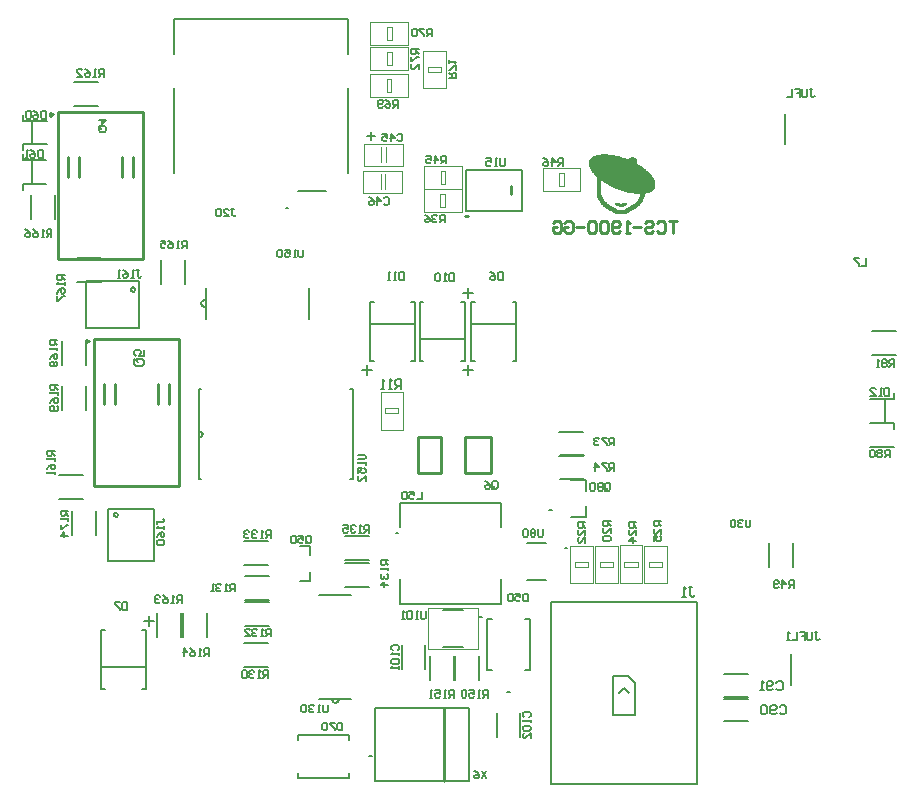
<source format=gbo>
%FSTAX23Y23*%
%MOIN*%
%SFA1B1*%

%IPPOS*%
%ADD101C,0.007870*%
%ADD102C,0.009840*%
%ADD103C,0.010000*%
%ADD105C,0.006000*%
%ADD106C,0.005000*%
%ADD107C,0.003940*%
%ADD108C,0.005910*%
%ADD109C,0.001970*%
%ADD110C,0.005980*%
%ADD111C,0.006060*%
%ADD199C,0.001000*%
%LNtcs-1900-1*%
%LPD*%
G54D101*
X02782Y02642D02*
X02774D01*
X02782*
X01852Y03775D02*
X01844D01*
X01852*
X02129Y01948D02*
X02122D01*
X02129*
X02729Y02771D02*
X02722D01*
X02729*
X02218Y02693D02*
X0221D01*
X02218*
X02496Y02413D02*
X02488D01*
X02496*
X0259Y02164D02*
X02582D01*
X0259*
X02141Y01866D02*
Y0211D01*
Y01866D02*
X02455D01*
X02141Y0211D02*
X02455D01*
Y01866D02*
Y0211D01*
X01227Y02172D02*
Y02369D01*
X01376Y02172D02*
Y02369D01*
X01365D02*
X01376D01*
X01227D02*
X01239D01*
X01227Y02172D02*
X01239D01*
X01365D02*
X01376D01*
X01227Y02245D02*
X01376D01*
X02274Y03266D02*
Y03463D01*
X02125Y03266D02*
Y03463D01*
Y03266D02*
X02136D01*
X02262D02*
X02274D01*
X02262Y03463D02*
X02274D01*
X02125D02*
X02136D01*
X02125Y0339D02*
X02274D01*
X0229Y03266D02*
Y03463D01*
X02439Y03266D02*
Y03463D01*
X02428D02*
X02439D01*
X0229D02*
X02302D01*
X0229Y03266D02*
X02302D01*
X02428D02*
X02439D01*
X0229Y03339D02*
X02439D01*
X02611Y03266D02*
Y03463D01*
X02461Y03266D02*
Y03463D01*
Y03266D02*
X02473D01*
X02599D02*
X02611D01*
X02599Y03463D02*
X02611D01*
X02461D02*
X02473D01*
X02461Y0339D02*
X02611D01*
X01404Y02399D02*
X01371D01*
X01387Y02382D02*
Y02416D01*
X02097Y03236D02*
X0213D01*
X02114Y03252D02*
Y03219D01*
X02467Y03494D02*
X02434D01*
X0245Y03477D02*
Y03511D01*
X02433Y03236D02*
X02467D01*
X0245Y03252D02*
Y03219D01*
X02128Y04002D02*
Y04029D01*
X02115Y04016D02*
X02142D01*
G54D102*
X02449Y0375D02*
X02441D01*
X02449*
G54D103*
X01066Y04089D02*
X01058Y04094D01*
Y04084*
X01066Y04089*
X01186Y03332D02*
X01178Y03337D01*
Y03328*
X01186Y03332*
X0237Y01867D02*
Y02109D01*
X02283Y02893D02*
X02362D01*
X02527D02*
Y03014D01*
X02442Y02893D02*
Y03014D01*
X02527*
X02442Y02893D02*
X02526D01*
X02362D02*
Y03014D01*
X02283D02*
X02362D01*
X02283Y02893D02*
Y03014D01*
X02595Y03822D02*
Y03848D01*
X01297Y03878D02*
Y03945D01*
X01333Y03878D02*
Y03945D01*
X01153Y03878D02*
Y03945D01*
X01117Y03878D02*
Y03945D01*
X01083Y03608D02*
Y04095D01*
X01367*
X01083Y03607D02*
X01364D01*
X01367D02*
Y04095D01*
X01417Y03122D02*
Y03188D01*
X01453Y03122D02*
Y03188D01*
X01273Y03122D02*
Y03188D01*
X01237Y03122D02*
Y03188D01*
X01203Y02851D02*
Y03338D01*
X01487*
X01203Y0285D02*
X01484D01*
X01487D02*
Y03338D01*
X03146Y03734D02*
X0312D01*
X03133*
Y03694*
X03081Y03727D02*
X03087Y03734D01*
X031*
X03107Y03727*
Y03701*
X031Y03694*
X03087*
X03081Y03701*
X03041Y03727D02*
X03048Y03734D01*
X03061*
X03067Y03727*
Y03721*
X03061Y03714*
X03048*
X03041Y03708*
Y03701*
X03048Y03694*
X03061*
X03067Y03701*
X03028Y03714D02*
X03002D01*
X02989Y03694D02*
X02976D01*
X02982*
Y03734*
X02989Y03727*
X02956Y03701D02*
X02949Y03694D01*
X02936*
X0293Y03701*
Y03727*
X02936Y03734*
X02949*
X02956Y03727*
Y03721*
X02949Y03714*
X0293*
X02917Y03727D02*
X0291Y03734D01*
X02897*
X0289Y03727*
Y03701*
X02897Y03694*
X0291*
X02917Y03701*
Y03727*
X02877D02*
X02871Y03734D01*
X02858*
X02851Y03727*
Y03701*
X02858Y03694*
X02871*
X02877Y03701*
Y03727*
X02838Y03714D02*
X02812D01*
X02772Y03727D02*
X02779Y03734D01*
X02792*
X02799Y03727*
Y03701*
X02792Y03694*
X02779*
X02772Y03701*
Y03714*
X02785*
X02733Y03727D02*
X02739Y03734D01*
X02753*
X02759Y03727*
Y03701*
X02753Y03694*
X02739*
X02733Y03701*
Y03714*
X02746*
G54D105*
X01573Y0347D02*
X01564Y03467D01*
X01561Y03458*
X01564Y0345*
X01573Y03446*
X01996Y02138D02*
X02Y0213D01*
X02008Y02126*
X02017Y0213*
X0202Y02138*
X01554Y0301D02*
X01562Y03014D01*
X01566Y03022*
X01562Y03031*
X01554Y03034*
X0192Y03405D02*
Y03511D01*
X01576Y03405D02*
Y03446D01*
Y0347*
Y03511*
X01955Y02485D02*
X02061D01*
X0202Y02141D02*
X02061D01*
X01996D02*
X0202D01*
X01955D02*
X01996D01*
X01554Y03172D02*
X01562D01*
X01554Y03034D02*
Y03172D01*
Y0301D02*
Y03034D01*
Y02872D02*
Y0301D01*
X02058Y02872D02*
X02066D01*
Y03172*
X02058D02*
X02066D01*
X01554Y02872D02*
X01562D01*
X02286Y04306D02*
X02261D01*
Y04294*
X02265Y0429*
X02273*
X02277Y04294*
Y04306*
Y04298D02*
X02286Y0429D01*
X02261Y04281D02*
Y04265D01*
X02265*
X02281Y04281*
X02286*
Y0424D02*
Y04256D01*
X02269Y0424*
X02265*
X02261Y04244*
Y04252*
X02265Y04256*
X02387Y0421D02*
X02412D01*
Y04223*
X02408Y04227*
X024*
X02396Y04223*
Y0421*
Y04218D02*
X02387Y04227D01*
X02412Y04235D02*
Y04252D01*
X02408*
X02391Y04235*
X02387*
Y0426D02*
Y04268D01*
Y04264*
X02412*
X02408Y0426*
X0233Y04348D02*
Y04373D01*
X02318*
X02313Y04369*
Y04361*
X02318Y04357*
X0233*
X02322D02*
X02313Y04348D01*
X02305Y04373D02*
X02288D01*
Y04369*
X02305Y04352*
Y04348*
X0228Y04369D02*
X02276Y04373D01*
X02268*
X02263Y04369*
Y04352*
X02268Y04348*
X02276*
X0228Y04352*
Y04369*
X02217Y04111D02*
Y04136D01*
X02204*
X022Y04132*
Y04124*
X02204Y04119*
X02217*
X02209D02*
X022Y04111D01*
X02175Y04136D02*
X02184Y04132D01*
X02192Y04124*
Y04115*
X02188Y04111*
X02179*
X02175Y04115*
Y04119*
X02179Y04124*
X02192*
X02167Y04115D02*
X02163Y04111D01*
X02154*
X0215Y04115*
Y04132*
X02154Y04136*
X02163*
X02167Y04132*
Y04128*
X02163Y04124*
X0215*
X02768Y03917D02*
Y03942D01*
X02756*
X02752Y03938*
Y03929*
X02756Y03925*
X02768*
X0276D02*
X02752Y03917D01*
X02731D02*
Y03942D01*
X02743Y03929*
X02727*
X02702Y03942D02*
X0271Y03938D01*
X02718Y03929*
Y03921*
X02714Y03917*
X02706*
X02702Y03921*
Y03925*
X02706Y03929*
X02718*
X01118Y02767D02*
X01093D01*
Y02755*
X01097Y02751*
X01105*
X01109Y02755*
Y02767*
Y02759D02*
X01118Y02751D01*
Y02742D02*
Y02734D01*
Y02738*
X01093*
X01097Y02742*
X01093Y02721D02*
Y02705D01*
X01097*
X01113Y02721*
X01118*
Y02684D02*
X01093D01*
X01105Y02696*
Y0268*
X01083Y03187D02*
X01058D01*
Y03175*
X01062Y03171*
X01071*
X01075Y03175*
Y03187*
Y03179D02*
X01083Y03171D01*
Y03163D02*
Y03154D01*
Y03158*
X01058*
X01062Y03163*
X01058Y03125D02*
X01062Y03133D01*
X01071Y03142*
X01079*
X01083Y03138*
Y03129*
X01079Y03125*
X01075*
X01071Y03129*
Y03142*
X01079Y03117D02*
X01083Y03113D01*
Y03104*
X01079Y031*
X01062*
X01058Y03104*
Y03113*
X01062Y03117*
X01067*
X01071Y03113*
Y031*
X01082Y03335D02*
X01057D01*
Y03323*
X01061Y03318*
X0107*
X01074Y03323*
Y03335*
Y03327D02*
X01082Y03318D01*
Y0331D02*
Y03302D01*
Y03306*
X01057*
X01061Y0331*
X01057Y03273D02*
X01061Y03281D01*
X0107Y03289*
X01078*
X01082Y03285*
Y03277*
X01078Y03273*
X01074*
X0107Y03277*
Y03289*
X01061Y03264D02*
X01057Y0326D01*
Y03252*
X01061Y03248*
X01066*
X0107Y03252*
X01074Y03248*
X01078*
X01082Y03252*
Y0326*
X01078Y03264*
X01074*
X0107Y0326*
X01066Y03264*
X01061*
X0107Y0326D02*
Y03252D01*
X01106Y03554D02*
X01081D01*
Y03541*
X01085Y03537*
X01093*
X01097Y03541*
Y03554*
Y03545D02*
X01106Y03537D01*
Y03529D02*
Y0352D01*
Y03524*
X01081*
X01085Y03529*
X01081Y03491D02*
X01085Y03499D01*
X01093Y03508*
X01102*
X01106Y03504*
Y03495*
X01102Y03491*
X01097*
X01093Y03495*
Y03508*
X01081Y03483D02*
Y03466D01*
X01085*
X01102Y03483*
X01106*
X01062Y0368D02*
Y03705D01*
X0105*
X01046Y037*
Y03692*
X0105Y03688*
X01062*
X01054D02*
X01046Y0368D01*
X01038D02*
X01029D01*
X01033*
Y03705*
X01038Y037*
X01Y03705D02*
X01008Y037D01*
X01017Y03692*
Y03684*
X01013Y0368*
X01004*
X01Y03684*
Y03688*
X01004Y03692*
X01017*
X00975Y03705D02*
X00983Y037D01*
X00992Y03692*
Y03684*
X00988Y0368*
X00979*
X00975Y03684*
Y03688*
X00979Y03692*
X00992*
X01513Y03642D02*
Y03667D01*
X01501*
X01497Y03663*
Y03655*
X01501Y03651*
X01513*
X01505D02*
X01497Y03642D01*
X01488D02*
X0148D01*
X01484*
Y03667*
X01488Y03663*
X01451Y03667D02*
X01459Y03663D01*
X01467Y03655*
Y03646*
X01463Y03642*
X01455*
X01451Y03646*
Y03651*
X01455Y03655*
X01467*
X01426Y03667D02*
X01442D01*
Y03655*
X01434Y03659*
X0143*
X01426Y03655*
Y03646*
X0143Y03642*
X01438*
X01442Y03646*
X01586Y02283D02*
Y02308D01*
X01574*
X01569Y02304*
Y02295*
X01574Y02291*
X01586*
X01578D02*
X01569Y02283D01*
X01561D02*
X01553D01*
X01557*
Y02308*
X01561Y02304*
X01524Y02308D02*
X01532Y02304D01*
X0154Y02295*
Y02287*
X01536Y02283*
X01528*
X01524Y02287*
Y02291*
X01528Y02295*
X0154*
X01503Y02283D02*
Y02308D01*
X01515Y02295*
X01499*
X01496Y0246D02*
Y02485D01*
X01483*
X01479Y02481*
Y02473*
X01483Y02468*
X01496*
X01487D02*
X01479Y0246D01*
X01471D02*
X01462D01*
X01466*
Y02485*
X01471Y02481*
X01433Y02485D02*
X01441Y02481D01*
X0145Y02473*
Y02464*
X01446Y0246*
X01437*
X01433Y02464*
Y02468*
X01437Y02473*
X0145*
X01425Y02481D02*
X01421Y02485D01*
X01412*
X01408Y02481*
Y02477*
X01412Y02473*
X01416*
X01412*
X01408Y02468*
Y02464*
X01412Y0246*
X01421*
X01425Y02464*
X01236Y04214D02*
Y04239D01*
X01223*
X01219Y04235*
Y04227*
X01223Y04222*
X01236*
X01227D02*
X01219Y04214D01*
X01211D02*
X01202D01*
X01207*
Y04239*
X01211Y04235*
X01173Y04239D02*
X01182Y04235D01*
X0119Y04227*
Y04218*
X01186Y04214*
X01177*
X01173Y04218*
Y04222*
X01177Y04227*
X0119*
X01148Y04214D02*
X01165D01*
X01148Y04231*
Y04235*
X01152Y04239*
X01161*
X01165Y04235*
X01073Y02967D02*
X01048D01*
Y02955*
X01052Y0295*
X01061*
X01065Y02955*
Y02967*
Y02959D02*
X01073Y0295D01*
Y02942D02*
Y02934D01*
Y02938*
X01048*
X01052Y02942*
X01048Y02905D02*
X01052Y02913D01*
X01061Y02921*
X01069*
X01073Y02917*
Y02909*
X01069Y02905*
X01065*
X01061Y02909*
Y02921*
X01073Y02896D02*
Y02888D01*
Y02892*
X01048*
X01052Y02896*
X03872Y03247D02*
Y03272D01*
X03859*
X03855Y03267*
Y03259*
X03859Y03255*
X03872*
X03863D02*
X03855Y03247D01*
X03847Y03267D02*
X03842Y03272D01*
X03834*
X0383Y03267*
Y03263*
X03834Y03259*
X0383Y03255*
Y03251*
X03834Y03247*
X03842*
X03847Y03251*
Y03255*
X03842Y03259*
X03847Y03263*
Y03267*
X03842Y03259D02*
X03834D01*
X03822Y03247D02*
X03813D01*
X03817*
Y03272*
X03822Y03267*
X03856Y02945D02*
Y0297D01*
X03843*
X03839Y02966*
Y02958*
X03843Y02954*
X03856*
X03847D02*
X03839Y02945D01*
X03831Y02966D02*
X03827Y0297D01*
X03818*
X03814Y02966*
Y02962*
X03818Y02958*
X03814Y02954*
Y0295*
X03818Y02945*
X03827*
X03831Y0295*
Y02954*
X03827Y02958*
X03831Y02962*
Y02966*
X03827Y02958D02*
X03818D01*
X03806Y02966D02*
X03802Y0297D01*
X03793*
X03789Y02966*
Y0295*
X03793Y02945*
X03802*
X03806Y0295*
Y02966*
X02937Y02901D02*
Y02926D01*
X02925*
X02921Y02922*
Y02914*
X02925Y02909*
X02937*
X02929D02*
X02921Y02901D01*
X02913Y02926D02*
X02896D01*
Y02922*
X02913Y02905*
Y02901*
X02875D02*
Y02926D01*
X02888Y02914*
X02871*
X02937Y02986D02*
Y03011D01*
X02925*
X02921Y03007*
Y02998*
X02925Y02994*
X02937*
X02929D02*
X02921Y02986D01*
X02913Y03011D02*
X02896D01*
Y03007*
X02913Y0299*
Y02986*
X02888Y03007D02*
X02883Y03011D01*
X02875*
X02871Y03007*
Y03002*
X02875Y02998*
X02879*
X02875*
X02871Y02994*
Y0299*
X02875Y02986*
X02883*
X02888Y0299*
X03536Y0251D02*
Y02535D01*
X03523*
X03519Y02531*
Y02523*
X03523Y02519*
X03536*
X03528D02*
X03519Y0251D01*
X03498D02*
Y02535D01*
X03511Y02523*
X03494*
X03486Y02514D02*
X03482Y0251D01*
X03473*
X03469Y02514*
Y02531*
X03473Y02535*
X03482*
X03486Y02531*
Y02527*
X03482Y02523*
X03469*
X03778Y03609D02*
Y03584D01*
X03761*
X03753Y03609D02*
X03736D01*
Y03605*
X03753Y03588*
Y03584*
X02084Y02954D02*
X02105D01*
X02109Y0295*
Y02942*
X02105Y02938*
X02084*
X02109Y02929D02*
Y02921D01*
Y02925*
X02084*
X02088Y02929*
X02084Y02892D02*
Y02908D01*
X02096*
X02092Y029*
Y02896*
X02096Y02892*
X02105*
X02109Y02896*
Y02904*
X02105Y02908*
X02109Y02867D02*
Y02883D01*
X02092Y02867*
X02088*
X02084Y02871*
Y02879*
X02088Y02883*
X01902Y03637D02*
Y03616D01*
X01898Y03612*
X0189*
X01885Y03616*
Y03637*
X01877Y03612D02*
X01869D01*
X01873*
Y03637*
X01877Y03633*
X0184Y03637D02*
X01856D01*
Y03624*
X01848Y03628*
X01844*
X0184Y03624*
Y03616*
X01844Y03612*
X01852*
X01856Y03616*
X01831Y03633D02*
X01827Y03637D01*
X01819*
X01815Y03633*
Y03616*
X01819Y03612*
X01827*
X01831Y03616*
Y03633*
X01983Y0212D02*
Y02099D01*
X01979Y02095*
X0197*
X01966Y02099*
Y0212*
X01958Y02095D02*
X01949D01*
X01954*
Y0212*
X01958Y02116*
X01937D02*
X01933Y0212D01*
X01924*
X0192Y02116*
Y02112*
X01924Y02107*
X01929*
X01924*
X0192Y02103*
Y02099*
X01924Y02095*
X01933*
X01937Y02099*
X01912Y02116D02*
X01908Y0212D01*
X01899*
X01895Y02116*
Y02099*
X01899Y02095*
X01908*
X01912Y02099*
Y02116*
X0231Y02432D02*
Y02411D01*
X02305Y02407*
X02297*
X02293Y02411*
Y02432*
X02285Y02407D02*
X02276D01*
X0228*
Y02432*
X02285Y02428*
X02264D02*
X0226Y02432D01*
X02251*
X02247Y02428*
Y02411*
X02251Y02407*
X0226*
X02264Y02411*
Y02428*
X02239Y02407D02*
X0223D01*
X02235*
Y02432*
X02239Y02428*
X03392Y02737D02*
Y02716D01*
X03388Y02712*
X0338*
X03376Y02716*
Y02737*
X03367Y02733D02*
X03363Y02737D01*
X03355*
X03351Y02733*
Y02729*
X03355Y02725*
X03359*
X03355*
X03351Y0272*
Y02716*
X03355Y02712*
X03363*
X03367Y02716*
X03342Y02733D02*
X03338Y02737D01*
X0333*
X03326Y02733*
Y02716*
X0333Y02712*
X03338*
X03342Y02716*
Y02733*
X02297Y02831D02*
Y02806D01*
X0228*
X02255Y02831D02*
X02272D01*
Y02818*
X02263Y02822*
X02259*
X02255Y02818*
Y0281*
X02259Y02806*
X02268*
X02272Y0281*
X02247Y02826D02*
X02243Y02831D01*
X02234*
X0223Y02826*
Y0281*
X02234Y02806*
X02243*
X02247Y0281*
Y02826*
X01033Y03969D02*
Y03944D01*
X0102*
X01016Y03949*
Y03965*
X0102Y03969*
X01033*
X00991D02*
X01Y03965D01*
X01008Y03957*
Y03949*
X01004Y03944*
X00995*
X00991Y03949*
Y03953*
X00995Y03957*
X01008*
X00983Y03944D02*
X00975D01*
X00979*
Y03969*
X00983Y03965*
X01043Y04099D02*
Y04074D01*
X0103*
X01026Y04078*
Y04095*
X0103Y04099*
X01043*
X01001D02*
X01009Y04095D01*
X01018Y04087*
Y04078*
X01014Y04074*
X01005*
X01001Y04078*
Y04083*
X01005Y04087*
X01018*
X00993Y04095D02*
X00989Y04099D01*
X0098*
X00976Y04095*
Y04078*
X0098Y04074*
X00989*
X00993Y04078*
Y04095*
X02638Y02079D02*
X02634Y02083D01*
Y02092*
X02638Y02096*
X02655*
X02659Y02092*
Y02083*
X02655Y02079*
X02659Y02071D02*
Y02063D01*
Y02067*
X02634*
X02638Y02071*
Y0205D02*
X02634Y02046D01*
Y02038*
X02638Y02033*
X02655*
X02659Y02038*
Y02046*
X02655Y0205*
X02638*
X02659Y02008D02*
Y02025D01*
X02642Y02008*
X02638*
X02634Y02013*
Y02021*
X02638Y02025*
X02199Y02302D02*
X02195Y02306D01*
Y02314*
X02199Y02318*
X02216*
X0222Y02314*
Y02306*
X02216Y02302*
X0222Y02293D02*
Y02285D01*
Y02289*
X02195*
X02199Y02293*
Y02273D02*
X02195Y02268D01*
Y0226*
X02199Y02256*
X02216*
X0222Y0226*
Y02268*
X02216Y02273*
X02199*
X0222Y02248D02*
Y02239D01*
Y02243*
X02195*
X02199Y02248*
X02237Y03562D02*
Y03537D01*
X02224*
X0222Y03541*
Y03558*
X02224Y03562*
X02237*
X02212Y03537D02*
X02203D01*
X02208*
Y03562*
X02212Y03558*
X02191Y03537D02*
X02183D01*
X02187*
Y03562*
X02191Y03558*
X02404Y03558D02*
Y03533D01*
X02392*
X02387Y03537*
Y03554*
X02392Y03558*
X02404*
X02379Y03533D02*
X02371D01*
X02375*
Y03558*
X02379Y03554*
X02358D02*
X02354Y03558D01*
X02346*
X02342Y03554*
Y03537*
X02346Y03533*
X02354*
X02358Y03537*
Y03554*
X02532Y02845D02*
Y02862D01*
X02536Y02866*
X02545*
X02549Y02862*
Y02845*
X02545Y02841*
X02536*
X0254Y02849D02*
X02532Y02841D01*
X02536D02*
X02532Y02845D01*
X02507Y02866D02*
X02515Y02862D01*
X02524Y02854*
Y02845*
X0252Y02841*
X02511*
X02507Y02845*
Y02849*
X02511Y02854*
X02524*
X02566Y03562D02*
Y03537D01*
X02554*
X0255Y03541*
Y03558*
X02554Y03562*
X02566*
X02525D02*
X02533Y03558D01*
X02541Y03549*
Y03541*
X02537Y03537*
X02529*
X02525Y03541*
Y03545*
X02529Y03549*
X02541*
X02573Y03942D02*
Y03921D01*
X02569Y03917*
X02561*
X02557Y03921*
Y03942*
X02548Y03917D02*
X0254D01*
X02544*
Y03942*
X02548Y03938*
X02511Y03942D02*
X02528D01*
Y03929*
X02519Y03933*
X02515*
X02511Y03929*
Y03921*
X02515Y03917*
X02523*
X02528Y03921*
X01224Y04048D02*
X01241D01*
X01245Y04043*
Y04035*
X01241Y04031*
X01224*
X0122Y04035*
Y04043*
X01228Y04039D02*
X0122Y04048D01*
Y04043D02*
X01224Y04048D01*
X0122Y04068D02*
X01245D01*
X01232Y04056*
Y04073*
X02377Y03925D02*
Y0395D01*
X02365*
X02361Y03946*
Y03937*
X02365Y03933*
X02377*
X02369D02*
X02361Y03925D01*
X0234D02*
Y0395D01*
X02352Y03937*
X02336*
X02311Y0395D02*
X02327D01*
Y03937*
X02319Y03941*
X02315*
X02311Y03937*
Y03929*
X02315Y03925*
X02323*
X02327Y03929*
X02373Y03729D02*
Y03754D01*
X0236*
X02356Y0375*
Y03741*
X0236Y03737*
X02373*
X02364D02*
X02356Y03729D01*
X02348Y0375D02*
X02343Y03754D01*
X02335*
X02331Y0375*
Y03745*
X02335Y03741*
X02339*
X02335*
X02331Y03737*
Y03733*
X02335Y03729*
X02343*
X02348Y03733*
X02306Y03754D02*
X02314Y0375D01*
X02323Y03741*
Y03733*
X02318Y03729*
X0231*
X02306Y03733*
Y03737*
X0231Y03741*
X02323*
X02926Y02734D02*
X02901D01*
Y02721*
X02905Y02717*
X02913*
X02917Y02721*
Y02734*
Y02725D02*
X02926Y02717D01*
Y02692D02*
Y02709D01*
X02909Y02692*
X02905*
X02901Y02696*
Y02705*
X02905Y02709*
Y02684D02*
X02901Y0268D01*
Y02671*
X02905Y02667*
X02922*
X02926Y02671*
Y0268*
X02922Y02684*
X02905*
X03011Y02728D02*
X02986D01*
Y02715*
X0299Y02711*
X02999*
X03003Y02715*
Y02728*
Y0272D02*
X03011Y02711D01*
Y02686D02*
Y02703D01*
X02995Y02686*
X0299*
X02986Y0269*
Y02699*
X0299Y02703*
X03011Y02665D02*
X02986D01*
X02999Y02678*
Y02661*
X02841Y02728D02*
X02816D01*
Y02715*
X0282Y02711*
X02829*
X02833Y02715*
Y02728*
Y0272D02*
X02841Y02711D01*
Y02686D02*
Y02703D01*
X02824Y02686*
X0282*
X02816Y0269*
Y02699*
X0282Y02703*
X02841Y02661D02*
Y02678D01*
X02824Y02661*
X0282*
X02816Y02665*
Y02674*
X0282Y02678*
X03095Y02732D02*
X0307D01*
Y02719*
X03074Y02715*
X03082*
X03087Y02719*
Y02732*
Y02723D02*
X03095Y02715D01*
Y0269D02*
Y02707D01*
X03078Y0269*
X03074*
X0307Y02694*
Y02703*
X03074Y02707*
X0307Y02665D02*
Y02682D01*
X03082*
X03078Y02673*
Y02669*
X03082Y02665*
X03091*
X03095Y02669*
Y02678*
X03091Y02682*
X02215Y04019D02*
X02219Y04024D01*
X02228*
X02232Y04019*
Y04003*
X02228Y03999*
X02219*
X02215Y04003*
X02194Y03999D02*
Y04024D01*
X02207Y04011*
X0219*
X02165Y04024D02*
X02182D01*
Y04011*
X02173Y04015*
X02169*
X02165Y04011*
Y04003*
X02169Y03999*
X02178*
X02182Y04003*
X02169Y03808D02*
X02173Y03812D01*
X02181*
X02186Y03808*
Y03791*
X02181Y03787*
X02173*
X02169Y03791*
X02148Y03787D02*
Y03812D01*
X02161Y03799*
X02144*
X02119Y03812D02*
X02127Y03808D01*
X02136Y03799*
Y03791*
X02131Y03787*
X02123*
X02119Y03791*
Y03795*
X02123Y03799*
X02136*
X01314Y02462D02*
Y02437D01*
X01302*
X01298Y02441*
Y02457*
X01302Y02462*
X01314*
X01289D02*
X01273D01*
Y02457*
X01289Y02441*
Y02437*
X01661Y03773D02*
X01669D01*
X01665*
Y03752*
X01669Y03748*
X01673*
X01678Y03752*
X01636Y03748D02*
X01653D01*
X01636Y03764*
Y03768*
X0164Y03773*
X01648*
X01653Y03768*
X01628D02*
X01624Y03773D01*
X01615*
X01611Y03768*
Y03752*
X01615Y03748*
X01624*
X01628Y03752*
Y03768*
X01784Y0221D02*
Y02235D01*
X01771*
X01767Y02231*
Y02223*
X01771Y02218*
X01784*
X01776D02*
X01767Y0221D01*
X01759D02*
X01751D01*
X01755*
Y02235*
X01759Y02231*
X01738D02*
X01734Y02235D01*
X01726*
X01721Y02231*
Y02227*
X01726Y02223*
X0173*
X01726*
X01721Y02218*
Y02214*
X01726Y0221*
X01734*
X01738Y02214*
X01713Y02231D02*
X01709Y02235D01*
X01701*
X01696Y02231*
Y02214*
X01701Y0221*
X01709*
X01713Y02214*
Y02231*
X01674Y02499D02*
Y02524D01*
X01661*
X01657Y02519*
Y02511*
X01661Y02507*
X01674*
X01665D02*
X01657Y02499D01*
X01649D02*
X0164D01*
X01645*
Y02524*
X01649Y02519*
X01628D02*
X01624Y02524D01*
X01615*
X01611Y02519*
Y02515*
X01615Y02511*
X0162*
X01615*
X01611Y02507*
Y02503*
X01615Y02499*
X01624*
X01628Y02503*
X01603Y02499D02*
X01595D01*
X01599*
Y02524*
X01603Y02519*
X01794Y02348D02*
Y02373D01*
X01781*
X01777Y02369*
Y0236*
X01781Y02356*
X01794*
X01785D02*
X01777Y02348D01*
X01769D02*
X0176D01*
X01765*
Y02373*
X01769Y02369*
X01748D02*
X01744Y02373D01*
X01735*
X01731Y02369*
Y02365*
X01735Y0236*
X0174*
X01735*
X01731Y02356*
Y02352*
X01735Y02348*
X01744*
X01748Y02352*
X01706Y02348D02*
X01723D01*
X01706Y02365*
Y02369*
X0171Y02373*
X01719*
X01723Y02369*
X01793Y02677D02*
Y02702D01*
X0178*
X01776Y02697*
Y02689*
X0178Y02685*
X01793*
X01784D02*
X01776Y02677D01*
X01768D02*
X01759D01*
X01764*
Y02702*
X01768Y02697*
X01747D02*
X01743Y02702D01*
X01734*
X0173Y02697*
Y02693*
X01734Y02689*
X01739*
X01734*
X0173Y02685*
Y02681*
X01734Y02677*
X01743*
X01747Y02681*
X01722Y02697D02*
X01718Y02702D01*
X0171*
X01705Y02697*
Y02693*
X0171Y02689*
X01714*
X0171*
X01705Y02685*
Y02681*
X0171Y02677*
X01718*
X01722Y02681*
X02185Y02602D02*
X0216D01*
Y02589*
X02164Y02585*
X02172*
X02176Y02589*
Y02602*
Y02594D02*
X02185Y02585D01*
Y02577D02*
Y02569D01*
Y02573*
X0216*
X02164Y02577*
Y02556D02*
X0216Y02552D01*
Y02544*
X02164Y02539*
X02168*
X02172Y02544*
Y02548*
Y02544*
X02176Y02539*
X0218*
X02185Y02544*
Y02552*
X0218Y02556*
X02185Y02519D02*
X0216D01*
X02172Y02531*
Y02514*
X02122Y02694D02*
Y02719D01*
X02109*
X02105Y02715*
Y02707*
X02109Y02703*
X02122*
X02113D02*
X02105Y02694D01*
X02097D02*
X02088D01*
X02092*
Y02719*
X02097Y02715*
X02076D02*
X02072Y02719D01*
X02063*
X02059Y02715*
Y02711*
X02063Y02707*
X02067*
X02063*
X02059Y02703*
Y02699*
X02063Y02694*
X02072*
X02076Y02699*
X02034Y02719D02*
X02051D01*
Y02707*
X02042Y02711*
X02038*
X02034Y02707*
Y02699*
X02038Y02694*
X02047*
X02051Y02699*
X0191Y02663D02*
Y0268D01*
X01914Y02684*
X01923*
X01927Y0268*
Y02663*
X01923Y02659*
X01914*
X01918Y02667D02*
X0191Y02659D01*
X01914D02*
X0191Y02663D01*
X01885Y02684D02*
X01902D01*
Y02671*
X01893Y02676*
X01889*
X01885Y02671*
Y02663*
X01889Y02659*
X01898*
X01902Y02663*
X01877Y0268D02*
X01873Y02684D01*
X01864*
X0186Y0268*
Y02663*
X01864Y02659*
X01873*
X01877Y02663*
Y0268*
X02031Y02061D02*
Y02036D01*
X02019*
X02014Y0204*
Y02057*
X02019Y02061*
X02031*
X02006D02*
X01989D01*
Y02057*
X02006Y0204*
Y02036*
X01981Y02057D02*
X01977Y02061D01*
X01969*
X01964Y02057*
Y0204*
X01969Y02036*
X01977*
X01981Y0204*
Y02057*
X02512Y01899D02*
X02496Y01875D01*
Y01899D02*
X02512Y01875D01*
X02471Y01899D02*
X02479Y01895D01*
X02487Y01887*
Y01879*
X02483Y01875*
X02475*
X02471Y01879*
Y01883*
X02475Y01887*
X02487*
X03489Y02114D02*
X03495Y0212D01*
X03505*
X0351Y02114*
Y02093*
X03505Y02088*
X03495*
X03489Y02093*
X03479D02*
X03474Y02088D01*
X03463*
X03458Y02093*
Y02114*
X03463Y0212*
X03474*
X03479Y02114*
Y02109*
X03474Y02104*
X03458*
X03447Y02114D02*
X03442Y0212D01*
X03432*
X03426Y02114*
Y02093*
X03432Y02088*
X03442*
X03447Y02093*
Y02114*
X03478Y02194D02*
X03483Y02199D01*
X03493*
X03499Y02194*
Y02173*
X03493Y02168*
X03483*
X03478Y02173*
X03467D02*
X03462Y02168D01*
X03451*
X03446Y02173*
Y02194*
X03451Y02199*
X03462*
X03467Y02194*
Y02189*
X03462Y02184*
X03446*
X03436Y02168D02*
X03425D01*
X0343*
Y02199*
X03436Y02194*
X0265Y02491D02*
Y02466D01*
X02638*
X02633Y0247*
Y02487*
X02638Y02491*
X0265*
X02608D02*
X02625D01*
Y02479*
X02617Y02483*
X02613*
X02608Y02479*
Y0247*
X02613Y02466*
X02621*
X02625Y0247*
X026Y02487D02*
X02596Y02491D01*
X02588*
X02583Y02487*
Y0247*
X02588Y02466*
X02596*
X026Y0247*
Y02487*
X02516Y02144D02*
Y02169D01*
X02504*
X025Y02165*
Y02157*
X02504Y02153*
X02516*
X02508D02*
X025Y02144D01*
X02491D02*
X02483D01*
X02487*
Y02169*
X02491Y02165*
X02454Y02169D02*
X0247D01*
Y02157*
X02462Y02161*
X02458*
X02454Y02157*
Y02148*
X02458Y02144*
X02466*
X0247Y02148*
X02445Y02165D02*
X02441Y02169D01*
X02433*
X02429Y02165*
Y02148*
X02433Y02144*
X02441*
X02445Y02148*
Y02165*
X02403Y02144D02*
Y02169D01*
X02391*
X02386Y02165*
Y02157*
X02391Y02153*
X02403*
X02395D02*
X02386Y02144D01*
X02378D02*
X0237D01*
X02374*
Y02169*
X02378Y02165*
X02341Y02169D02*
X02357D01*
Y02157*
X02349Y02161*
X02345*
X02341Y02157*
Y02148*
X02345Y02144*
X02353*
X02357Y02148*
X02332Y02144D02*
X02324D01*
X02328*
Y02169*
X02332Y02165*
X01413Y02724D02*
Y02732D01*
Y02728*
X01434*
X01438Y02732*
Y02736*
X01434Y02741*
X01438Y02716D02*
Y02707D01*
Y02711*
X01413*
X01418Y02716*
X01413Y02678D02*
X01418Y02686D01*
X01426Y02695*
X01434*
X01438Y02691*
Y02682*
X01434Y02678*
X0143*
X01426Y02682*
Y02695*
X01418Y0267D02*
X01413Y02666D01*
Y02657*
X01418Y02653*
X01434*
X01438Y02657*
Y02666*
X01434Y0267*
X01418*
X01345Y03569D02*
X01353D01*
X01349*
Y03548*
X01353Y03544*
X01358*
X01362Y03548*
X01337Y03544D02*
X01328D01*
X01333*
Y03569*
X01337Y03565*
X01299Y03569D02*
X01308Y03565D01*
X01316Y03556*
Y03548*
X01312Y03544*
X01303*
X01299Y03548*
Y03552*
X01303Y03556*
X01316*
X01291Y03544D02*
X01283D01*
X01287*
Y03569*
X01291Y03565*
X03855Y03176D02*
Y03151D01*
X03842*
X03838Y03155*
Y03172*
X03842Y03176*
X03855*
X0383Y03151D02*
X03821D01*
X03826*
Y03176*
X0383Y03172*
X03792Y03151D02*
X03809D01*
X03792Y03168*
Y03172*
X03797Y03176*
X03805*
X03809Y03172*
X02908Y02838D02*
Y02855D01*
X02912Y02859*
X02921*
X02925Y02855*
Y02838*
X02921Y02834*
X02912*
X02916Y02842D02*
X02908Y02834D01*
X02912D02*
X02908Y02838D01*
X029Y02855D02*
X02896Y02859D01*
X02887*
X02883Y02855*
Y02851*
X02887Y02847*
X02883Y02842*
Y02838*
X02887Y02834*
X02896*
X029Y02838*
Y02842*
X02896Y02847*
X029Y02851*
Y02855*
X02896Y02847D02*
X02887D01*
X02875Y02855D02*
X02871Y02859D01*
X02862*
X02858Y02855*
Y02838*
X02862Y02834*
X02871*
X02875Y02838*
Y02855*
X03606Y02362D02*
X03614D01*
X0361*
Y02341*
X03614Y02337*
X03618*
X03623Y02341*
X03598Y02362D02*
Y02341D01*
X03593Y02337*
X03585*
X03581Y02341*
Y02362*
X03556D02*
X03573D01*
Y0235*
X03564*
X03573*
Y02337*
X03548Y02362D02*
Y02337D01*
X03531*
X03523D02*
X03514D01*
X03518*
Y02362*
X03523Y02358*
X03589Y04172D02*
X03597D01*
X03593*
Y04151*
X03597Y04147*
X03602*
X03606Y04151*
X03581Y04172D02*
Y04151D01*
X03577Y04147*
X03568*
X03564Y04151*
Y04172*
X03539D02*
X03556D01*
Y0416*
X03547*
X03556*
Y04147*
X03531Y04172D02*
Y04147D01*
X03514*
G54D106*
X01284Y02753D02*
X01279Y02761D01*
X0127Y02758*
Y02749*
X01279Y02746*
X01284Y02753*
X01341Y03504D02*
X01336Y03512D01*
X01327Y03509*
Y035*
X01336Y03497*
X01341Y03504*
X02648Y02537D02*
X02711D01*
X02648Y0266D02*
X02711D01*
X02049Y03894D02*
Y04176D01*
Y04288D02*
Y04405D01*
X0147Y03894D02*
Y04176D01*
Y04288D02*
Y04405D01*
X02049*
X01883Y03834D02*
X01976D01*
X02053Y02003D02*
Y0202D01*
Y01877D02*
Y01894D01*
X01883Y02003D02*
Y0202D01*
Y01877D02*
Y01894D01*
Y01877D02*
X02053D01*
X01883Y0202D02*
X02053D01*
X01708Y02549D02*
X01788D01*
X01708Y02469D02*
X01788D01*
X02548Y02013D02*
Y02093D01*
X02623Y02013D02*
Y02093D01*
X02844Y02747D02*
Y02784D01*
Y02833D02*
Y0287D01*
X02793D02*
X02844D01*
X02793Y02747D02*
X02844D01*
X03506Y03988D02*
Y0409D01*
X03304Y02141D02*
X03384D01*
X03304Y02066D02*
X03384D01*
X03303Y02222D02*
X03383D01*
X03303Y02147D02*
X03383D01*
X02405Y02203D02*
Y02283D01*
X02325Y02203D02*
Y02283D01*
X02408Y02203D02*
Y02283D01*
X02488Y02203D02*
Y02283D01*
X02728Y02464D02*
X03215D01*
Y01856D02*
Y02464D01*
X02728Y01856D02*
X03215D01*
X02728D02*
Y02464D01*
X02935Y02086D02*
Y02216D01*
Y02086D02*
X03006D01*
Y02192*
X02983Y02216D02*
X03006Y02192D01*
X02935Y02216D02*
X02983D01*
X02955Y02161D02*
X02971Y02177D01*
X02987Y02161*
X01708Y02463D02*
X01788D01*
X01708Y02383D02*
X01788D01*
X01704Y02247D02*
X01784D01*
X01704Y02327D02*
X01784D01*
X02039Y02514D02*
X02119D01*
X02039Y02594D02*
X02119D01*
X02039Y02603D02*
X02119D01*
X02039Y02683D02*
X02119D01*
X01704Y02586D02*
X01784D01*
X01704Y02666D02*
X01784D01*
X0189Y02649D02*
X01925D01*
Y02619D02*
Y02649D01*
Y02534D02*
Y02564D01*
X0189Y02534D02*
X01925D01*
X02559Y02713D02*
Y02792D01*
X02224D02*
X02559D01*
X02224Y02713D02*
Y02792D01*
X02559Y02457D02*
Y0254D01*
X02224Y02457D02*
X02559D01*
X02224D02*
Y0254D01*
X02368Y02437D02*
X02435D01*
X02368Y02314D02*
X02435D01*
X02307Y02238D02*
Y02318D01*
X02232Y02238D02*
Y02318D01*
X02657Y02236D02*
Y02406D01*
X02515Y02236D02*
Y02406D01*
X02532*
X0264D02*
X02657D01*
X02515Y02236D02*
X02532D01*
X0264D02*
X02657D01*
X01249Y02598D02*
X01404D01*
Y02773*
X01249D02*
X01404D01*
X01249Y02598D02*
Y02773D01*
X01178Y03376D02*
Y03532D01*
Y03376D02*
X01353D01*
Y03532*
X01178D02*
X01353D01*
X01428Y03522D02*
Y03602D01*
X01508Y03522D02*
Y03602D01*
X01146Y03529D02*
X01226D01*
X01146Y03609D02*
X01226D01*
X00996Y03857D02*
Y03936D01*
X00966Y03857D02*
X01045D01*
X00966Y03936D02*
X01045D01*
X00966D02*
Y03955D01*
Y03837D02*
Y03857D01*
X01075Y03739D02*
Y03819D01*
X00995Y03739D02*
Y03819D01*
X01495Y02345D02*
Y02425D01*
X01415Y02345D02*
Y02425D01*
X01137Y04116D02*
X01217D01*
X01137Y04196D02*
X01217D01*
X01582Y02345D02*
Y02425D01*
X01502Y02345D02*
Y02425D01*
X01088Y02885D02*
X01168D01*
X01088Y02805D02*
X01168D01*
X01177Y03103D02*
Y03183D01*
X01097Y03103D02*
Y03183D01*
Y03253D02*
Y03333D01*
X01177Y03253D02*
Y03333D01*
X01131Y02686D02*
Y02766D01*
X01211Y02686D02*
Y02766D01*
X00997Y03988D02*
Y04066D01*
X00967Y03988D02*
X01046D01*
X00967Y04066D02*
X01046D01*
X00967D02*
Y04086D01*
Y03968D02*
Y03988D01*
X03535Y02581D02*
Y02661D01*
X03455Y02581D02*
Y02661D01*
X02755Y0295D02*
X02835D01*
X02755Y0303D02*
X02835D01*
X02756Y02873D02*
X02836D01*
X02756Y02953D02*
X02836D01*
X03871Y03138D02*
Y03158D01*
Y0304D02*
Y0306D01*
X03792D02*
X03871D01*
X03792Y03138D02*
X03871D01*
X03841Y0306D02*
Y03138D01*
X03789Y03061D02*
X03869D01*
X03789Y02981D02*
X03869D01*
X03796Y03366D02*
X03876D01*
X03796Y03286D02*
X03876D01*
X03528Y02187D02*
Y0229D01*
G54D107*
X02825Y03833D02*
Y03908D01*
X02699Y03833D02*
X02823D01*
X02699Y03908D02*
X02823D01*
X02699Y03833D02*
Y03908D01*
X0277Y03849D02*
Y03893D01*
X02754D02*
X0277D01*
X02754Y03849D02*
Y03893D01*
Y03849D02*
X0277D01*
X02125Y04147D02*
Y04222D01*
X02126D02*
X0225D01*
X02126Y04147D02*
X0225D01*
Y04222*
X02179Y04163D02*
Y04207D01*
Y04163D02*
X02195D01*
Y04207*
X02179D02*
X02195D01*
X02125Y04237D02*
Y04312D01*
X02127D02*
X02251D01*
X02127Y04237D02*
X02251D01*
Y04312*
X0218Y04252D02*
Y04296D01*
Y04252D02*
X02196D01*
Y04296*
X0218D02*
X02196D01*
X02125Y0432D02*
Y04395D01*
X02127D02*
X02251D01*
X02127Y0432D02*
X02251D01*
Y04395*
X0218Y04336D02*
Y0438D01*
Y04336D02*
X02196D01*
Y0438*
X0218D02*
X02196D01*
X02302Y04175D02*
X02376D01*
X02302Y04177D02*
Y04301D01*
X02376Y04177D02*
Y04301D01*
X02302D02*
X02376D01*
X02317Y0423D02*
X02361D01*
Y04246*
X02317D02*
X02361D01*
X02317Y0423D02*
Y04246D01*
X02218Y03092D02*
Y03108D01*
X02174Y03092D02*
X02218D01*
X02174D02*
Y03108D01*
X02218*
X02159Y03037D02*
X02234D01*
X02159D02*
Y03161D01*
X02234Y03037D02*
Y03161D01*
X02159Y03163D02*
X02234D01*
X02359Y03855D02*
X02375D01*
X02359D02*
Y03899D01*
X02375*
Y03855D02*
Y03899D01*
X02304Y0384D02*
Y03915D01*
X02428*
X02304Y0384D02*
X02428D01*
X0243D02*
Y03915D01*
X02358Y03779D02*
X02374D01*
X02358D02*
Y03823D01*
X02374*
Y03779D02*
Y03823D01*
X02303Y03763D02*
Y03838D01*
X02427*
X02303Y03763D02*
X02427D01*
X02429D02*
Y03838D01*
X02972Y02581D02*
Y02597D01*
X03016*
Y02581D02*
Y02597D01*
X02972Y02581D02*
X03016D01*
X02956Y02652D02*
X03031D01*
Y02528D02*
Y02652D01*
X02956Y02528D02*
Y02652D01*
Y02526D02*
X03031D01*
X0285Y0258D02*
Y02596D01*
X02806Y0258D02*
X0285D01*
X02806D02*
Y02596D01*
X0285*
X02791Y02525D02*
X02866D01*
X02791D02*
Y02649D01*
X02866Y02525D02*
Y02649D01*
X02791Y02651D02*
X02866D01*
X03097Y0258D02*
Y02596D01*
X03053Y0258D02*
X03097D01*
X03053D02*
Y02596D01*
X03097*
X03038Y02525D02*
X03113D01*
X03038D02*
Y02649D01*
X03113Y02525D02*
Y02649D01*
X03038Y02651D02*
X03113D01*
X02934Y0258D02*
Y02596D01*
X0289Y0258D02*
X02934D01*
X0289D02*
Y02596D01*
X02934*
X02875Y02525D02*
X02949D01*
X02875D02*
Y02649D01*
X02949Y02525D02*
Y02649D01*
X02875Y02651D02*
X02949D01*
X02176Y03928D02*
Y03978D01*
X02162Y03928D02*
Y03978D01*
X02234Y03916D02*
Y03991D01*
X02104Y03916D02*
X02234D01*
X02104Y03991D02*
X02234D01*
X02104Y03916D02*
Y03991D01*
X02159Y03838D02*
Y03888D01*
X02173Y03838D02*
Y03888D01*
X02101Y03825D02*
Y039D01*
X02231*
X02101Y03825D02*
X02231D01*
Y039*
G54D108*
X02445Y03766D02*
Y03904D01*
Y03766D02*
X02632D01*
Y03904*
X02445D02*
X02632D01*
G54D109*
X02484Y02307D02*
Y02444D01*
X02318D02*
X02484D01*
X02318Y02307D02*
Y02444D01*
Y02307D02*
X02484D01*
G54D110*
X027Y02706D02*
Y02685D01*
X02696Y02681*
X02688*
X02684Y02685*
Y02706*
X02675Y02701D02*
X02671Y02706D01*
X02663*
X02659Y02701*
Y02697*
X02663Y02693*
X02659Y02689*
Y02685*
X02663Y02681*
X02671*
X02675Y02685*
Y02689*
X02671Y02693*
X02675Y02697*
Y02701*
X02671Y02693D02*
X02663D01*
X0265Y02701D02*
X02646Y02706D01*
X02638*
X02634Y02701*
Y02685*
X02638Y02681*
X02646*
X0265Y02685*
Y02701*
G54D111*
X02228Y03174D02*
Y03205D01*
X02213*
X02208Y032*
Y03189*
X02213Y03184*
X02228*
X02218D02*
X02208Y03174D01*
X02197D02*
X02187D01*
X02192*
Y03205*
X02197Y032*
X02171Y03174D02*
X0216D01*
X02166*
Y03205*
X02171Y032*
X01343Y03272D02*
X01364D01*
X0137Y03267*
Y03257*
X01364Y03251*
X01343*
X01338Y03257*
Y03267*
X01349Y03262D02*
X01338Y03272D01*
Y03267D02*
X01343Y03272D01*
X0137Y03304D02*
Y03283D01*
X01354*
X01359Y03293*
Y03299*
X01354Y03304*
X01343*
X01338Y03299*
Y03288*
X01343Y03283*
X03186Y02512D02*
X03197D01*
X03191*
Y02486*
X03197Y02481*
X03202*
X03207Y02486*
X03176Y02481D02*
X03165D01*
X0317*
Y02512*
X03176Y02507*
G54D199*
X02858Y03909D02*
X03033D01*
X02858Y0391D02*
X03032D01*
X02857Y03911D02*
X03031D01*
X02857Y03912D02*
X0303D01*
X02857Y03913D02*
X03029D01*
X02856Y03914D02*
X03027D01*
X02855Y03915D02*
X03026D01*
X02855Y03916D02*
X03023D01*
X02855Y03917D02*
X03022D01*
X02855Y03918D02*
X03021D01*
X02854Y03919D02*
X03019D01*
X02854Y0392D02*
X03017D01*
X02854Y03921D02*
X03016D01*
X02854Y03922D02*
X03014D01*
X02854Y03923D02*
X03012D01*
X02854Y03924D02*
X03012D01*
X02854Y03925D02*
X03012D01*
X02854Y03926D02*
X03012D01*
X02854Y03927D02*
X03012D01*
X02854Y03928D02*
X03012D01*
X02854Y03929D02*
X03012D01*
X02854Y0393D02*
X03012D01*
X02854Y03931D02*
X03012D01*
X02854Y03932D02*
X03012D01*
X02855Y03933D02*
X02997D01*
X02855Y03934D02*
X03D01*
X02855Y03935D02*
X03D01*
X02856Y03936D02*
X03D01*
X02857Y03937D02*
X03D01*
X02857Y03938D02*
X02982D01*
X02857Y03939D02*
X0298D01*
X02858Y0394D02*
X02977D01*
X02859Y03941D02*
X02975D01*
X0286Y03942D02*
X02974D01*
X02861Y03943D02*
X0297D01*
X02862Y03944D02*
X02966D01*
X02863Y03945D02*
X02962D01*
X02865Y03946D02*
X02959D01*
X02866Y03947D02*
X02957D01*
X02868Y03948D02*
X02954D01*
X0287Y03949D02*
X02949D01*
X0286Y03906D02*
X03038D01*
X0286Y03907D02*
X03036D01*
X02859Y03908D02*
X03034D01*
X02909Y03861D02*
X03071D01*
X02907Y03862D02*
X03071D01*
X02906Y03863D02*
X03071D01*
X02904Y03864D02*
X03071D01*
X02902Y03865D02*
X0307D01*
X02901Y03866D02*
X03069D01*
X02899Y03867D02*
X03069D01*
X02898Y03868D02*
X03069D01*
X02896Y03869D02*
X03068D01*
X02894Y0387D02*
X03068D01*
X02894Y03871D02*
X03068D01*
X02892Y03872D02*
X03068D01*
X02879Y03873D02*
X03067D01*
X02879Y03874D02*
X03067D01*
X02879Y03875D02*
X03066D01*
X02879Y03876D02*
X03066D01*
X02879Y03877D02*
X03065D01*
X02879Y03878D02*
X03064D01*
X02879Y03879D02*
X03064D01*
X02879Y0388D02*
X03063D01*
X02879Y03881D02*
X03062D01*
X02879Y03882D02*
X03061D01*
X02879Y03883D02*
X0306D01*
X02878Y03884D02*
X0306D01*
X02878Y03885D02*
X03059D01*
X02876Y03886D02*
X03059D01*
X02875Y03887D02*
X03058D01*
X02873Y03888D02*
X03057D01*
X02872Y03889D02*
X03056D01*
X02871Y0389D02*
X03055D01*
X02871Y03891D02*
X03054D01*
X02871Y03892D02*
X03053D01*
X0287Y03893D02*
X03052D01*
X02869Y03894D02*
X03051D01*
X02868Y03895D02*
X0305D01*
X02867Y03896D02*
X0305D01*
X02865Y03897D02*
X03049D01*
X02865Y03898D02*
X03047D01*
X02864Y03899D02*
X03046D01*
X02863Y039D02*
X03045D01*
X02863Y03901D02*
X03043D01*
X02862Y03902D02*
X03042D01*
X02862Y03903D02*
X03041D01*
X02862Y03904D02*
X0304D01*
X02861Y03905D02*
X0304D01*
X02993Y03829D02*
X03047D01*
X02986Y0383D02*
X0305D01*
X02982Y03831D02*
X03053D01*
X02975Y03832D02*
X03057D01*
X02972Y03833D02*
X03059D01*
X0297Y03834D02*
X03059D01*
X02966Y03835D02*
X03061D01*
X02963Y03836D02*
X03063D01*
X02961Y03837D02*
X03063D01*
X02958Y03838D02*
X03064D01*
X02955Y03839D02*
X03066D01*
X02954Y0384D02*
X03066D01*
X0295Y03841D02*
X03067D01*
X02946Y03842D02*
X03068D01*
X02944Y03843D02*
X03068D01*
X02941Y03844D02*
X03069D01*
X0294Y03845D02*
X03069D01*
X02937Y03846D02*
X0307D01*
X02935Y03847D02*
X0307D01*
X02934Y03848D02*
X03071D01*
X02931Y03849D02*
X03071D01*
X02929Y0385D02*
X03071D01*
X02926Y03851D02*
X03071D01*
X02924Y03852D02*
X03072D01*
X02922Y03853D02*
X03072D01*
X0292Y03854D02*
X03072D01*
X02919Y03855D02*
X03072D01*
X02918Y03856D02*
X03072D01*
X02916Y03857D02*
X03072D01*
X02915Y03858D02*
X03072D01*
X02913Y03859D02*
X03071D01*
X0291Y0386D02*
X03071D01*
X02927Y03768D02*
X02991D01*
X03014Y03826D02*
X03038D01*
X02947Y03759D02*
X0297D01*
X02943Y0376D02*
X02974D01*
X0294Y03761D02*
X02977D01*
X02939Y03762D02*
X02978D01*
X02937Y03763D02*
X02981D01*
X02935Y03764D02*
X02984D01*
X02934Y03765D02*
X02984D01*
X02932Y03766D02*
X02986D01*
X02929Y03767D02*
X02987D01*
X02925Y03769D02*
X02957D01*
X02924Y0377D02*
X02949D01*
X02946Y03786D02*
X02971D01*
X02945Y03787D02*
X02973D01*
X02945Y03788D02*
X02974D01*
X02943Y03789D02*
X02975D01*
X02942Y0379D02*
X02975D01*
X02942Y03791D02*
X02976D01*
X0294Y03792D02*
X02954D01*
X03003Y03827D02*
X0304D01*
X02995Y03828D02*
X03045D01*
X03014Y038D02*
X03029D01*
X03015Y03801D02*
X0303D01*
X03016Y03802D02*
X0303D01*
X03017Y03803D02*
X0303D01*
X03017Y03804D02*
X03031D01*
X03018Y03805D02*
X03031D01*
X0302Y03806D02*
X03032D01*
X0302Y03807D02*
X03032D01*
X0302Y03808D02*
X03032D01*
X03021Y03809D02*
X03033D01*
X03021Y0381D02*
X03034D01*
X03021Y03811D02*
X03034D01*
X03022Y03812D02*
X03034D01*
X03022Y03813D02*
X03035D01*
X03022Y03814D02*
X03035D01*
X03023Y03815D02*
X03035D01*
X03023Y03816D02*
X03036D01*
X03024Y03817D02*
X03036D01*
X03024Y03818D02*
X03037D01*
X03025Y03819D02*
X03037D01*
X03025Y0382D02*
X03037D01*
X03025Y03821D02*
X03037D01*
X03025Y03822D02*
X03037D01*
X03025Y03823D02*
X03038D01*
X03026Y03824D02*
X03038D01*
X03026Y03825D02*
X03038D01*
X0288Y03829D02*
X02891D01*
X02871Y0395D02*
X02947D01*
X02873Y03951D02*
X02943D01*
X02876Y03952D02*
X02938D01*
X02882Y03953D02*
X02928D01*
X02888Y03954D02*
X0292D01*
X02893Y03955D02*
X02915D01*
X02879Y0383D02*
X02891D01*
X02879Y03831D02*
X02891D01*
X02879Y03832D02*
X02891D01*
X02879Y03833D02*
X02891D01*
X02879Y03834D02*
X02891D01*
X02879Y03835D02*
X02891D01*
X02879Y03836D02*
X02891D01*
X02879Y03837D02*
X02891D01*
X02879Y03838D02*
X02891D01*
X02879Y03839D02*
X02891D01*
X02879Y0384D02*
X02891D01*
X02879Y03841D02*
X02891D01*
X02879Y03842D02*
X02891D01*
X02879Y03843D02*
X02891D01*
X02879Y03844D02*
X02891D01*
X02879Y03845D02*
X02891D01*
X02879Y03846D02*
X02891D01*
X02879Y03847D02*
X02891D01*
X02879Y03848D02*
X02891D01*
X02879Y03849D02*
X02891D01*
X02879Y0385D02*
X02891D01*
X02879Y03851D02*
X02891D01*
X02879Y03852D02*
X02891D01*
X02879Y03853D02*
X02891D01*
X02879Y03854D02*
X02891D01*
X02879Y03855D02*
X02891D01*
X02879Y03856D02*
X02891D01*
X02879Y03857D02*
X02891D01*
X02879Y03858D02*
X02891D01*
X02879Y03859D02*
X02891D01*
X02879Y0386D02*
X02891D01*
X02879Y03861D02*
X02891D01*
X02879Y03862D02*
X02891D01*
X02879Y03863D02*
X02891D01*
X02879Y03864D02*
X02891D01*
X02879Y03865D02*
X02891D01*
X02879Y03866D02*
X02891D01*
X02879Y03867D02*
X02891D01*
X02879Y03868D02*
X02891D01*
X02879Y03869D02*
X02891D01*
X02879Y0387D02*
X02891D01*
X02879Y03871D02*
X02891D01*
X02879Y03872D02*
X02891D01*
X02909Y03779D02*
X02931D01*
X02907Y0378D02*
X0293D01*
X02906Y03781D02*
X02928D01*
X02905Y03782D02*
X02927D01*
X02903Y03783D02*
X02925D01*
X02902Y03784D02*
X02923D01*
X02901Y03785D02*
X02922D01*
X02899Y03786D02*
X0292D01*
X02899Y03787D02*
X02918D01*
X02898Y03788D02*
X02916D01*
X02897Y03789D02*
X02915D01*
X02896Y0379D02*
X02913D01*
X02895Y03791D02*
X02912D01*
X02895Y03792D02*
X02911D01*
X02894Y03793D02*
X0291D01*
X02893Y03794D02*
X02909D01*
X02892Y03795D02*
X02909D01*
X0288Y03826D02*
X02891D01*
X0288Y03827D02*
X02891D01*
X0288Y03828D02*
X02891D01*
Y03796D02*
X02907D01*
X0289Y03797D02*
X02906D01*
X0289Y03798D02*
X02904D01*
X0289Y03799D02*
X02903D01*
X02889Y038D02*
X02903D01*
X02889Y03801D02*
X02902D01*
X02888Y03802D02*
X02901D01*
X02887Y03803D02*
X02901D01*
X02887Y03804D02*
X029D01*
X02886Y03805D02*
X029D01*
X02886Y03806D02*
X02899D01*
X02885Y03807D02*
X02898D01*
X02884Y03808D02*
X02898D01*
X02884Y03809D02*
X02897D01*
X02884Y0381D02*
X02896D01*
X02883Y03811D02*
X02896D01*
X02883Y03812D02*
X02896D01*
X02883Y03813D02*
X02895D01*
X02882Y03814D02*
X02895D01*
X02882Y03815D02*
X02894D01*
X02881Y03816D02*
X02893D01*
X02881Y03817D02*
X02893D01*
X02881Y03818D02*
X02893D01*
X02881Y03819D02*
X02893D01*
X02881Y0382D02*
X02892D01*
X02881Y03821D02*
X02892D01*
X02881Y03822D02*
X02892D01*
X02881Y03823D02*
X02892D01*
X0288Y03824D02*
X02891D01*
X0288Y03825D02*
X02891D01*
X02922Y03771D02*
X02948D01*
X0292Y03772D02*
X02945D01*
X02919Y03773D02*
X02942D01*
X02918Y03774D02*
X02941D01*
X02916Y03775D02*
X02939D01*
X02915Y03776D02*
X02938D01*
X02911Y03777D02*
X02937D01*
X0291Y03778D02*
X02933D01*
X0294Y03793D02*
X02947D01*
X02941Y03794D02*
X02943D01*
X02985Y03938D02*
X03D01*
X02985Y03939D02*
X03D01*
X02986Y0394D02*
X03D01*
X02986Y03941D02*
X03009D01*
X02987Y03942D02*
X03008D01*
X02989Y03943D02*
X03007D01*
X03001Y03933D02*
X03012D01*
X03001Y03934D02*
X03012D01*
X03001Y03935D02*
X03012D01*
X03001Y03936D02*
X03012D01*
X03001Y03937D02*
X03012D01*
X03001Y03938D02*
X03011D01*
X03001Y03939D02*
X03011D01*
X03001Y0394D02*
X0301D01*
X02992Y03944D02*
X03004D01*
X02995Y03945D02*
X03D01*
X02961Y03769D02*
X02993D01*
X02967Y0377D02*
X02994D01*
X0297Y03771D02*
X02995D01*
X02973Y03772D02*
X02997D01*
X02975Y03773D02*
X02998D01*
X02976Y03774D02*
X03D01*
X02978Y03775D02*
X03002D01*
X0298Y03776D02*
X03003D01*
X02981Y03777D02*
X03007D01*
X02985Y03778D02*
X03007D01*
X02985Y03779D02*
X03009D01*
X02988Y0378D02*
X03011D01*
X02955Y03783D02*
X02963D01*
X02953Y03784D02*
X02966D01*
X0295Y03785D02*
X02968D01*
X02965Y03792D02*
X02976D01*
X0297Y03793D02*
X02977D01*
X02975Y03794D02*
X02976D01*
X0299Y03781D02*
X03012D01*
X02991Y03782D02*
X03012D01*
X02993Y03783D02*
X03014D01*
X02994Y03784D02*
X03015D01*
X02995Y03785D02*
X03016D01*
X02997Y03786D02*
X03018D01*
X03001Y03787D02*
X03019D01*
X03002Y03788D02*
X0302D01*
X03002Y03789D02*
X03021D01*
X03004Y0379D02*
X03022D01*
X03006Y03791D02*
X03022D01*
X03006Y03792D02*
X03023D01*
X03007Y03793D02*
X03024D01*
X03009Y03794D02*
X03024D01*
X0301Y03795D02*
X03025D01*
X03011Y03796D02*
X03026D01*
X03012Y03797D02*
X03027D01*
X03013Y03798D02*
X03028D01*
X03014Y03799D02*
X03028D01*
M02*
</source>
